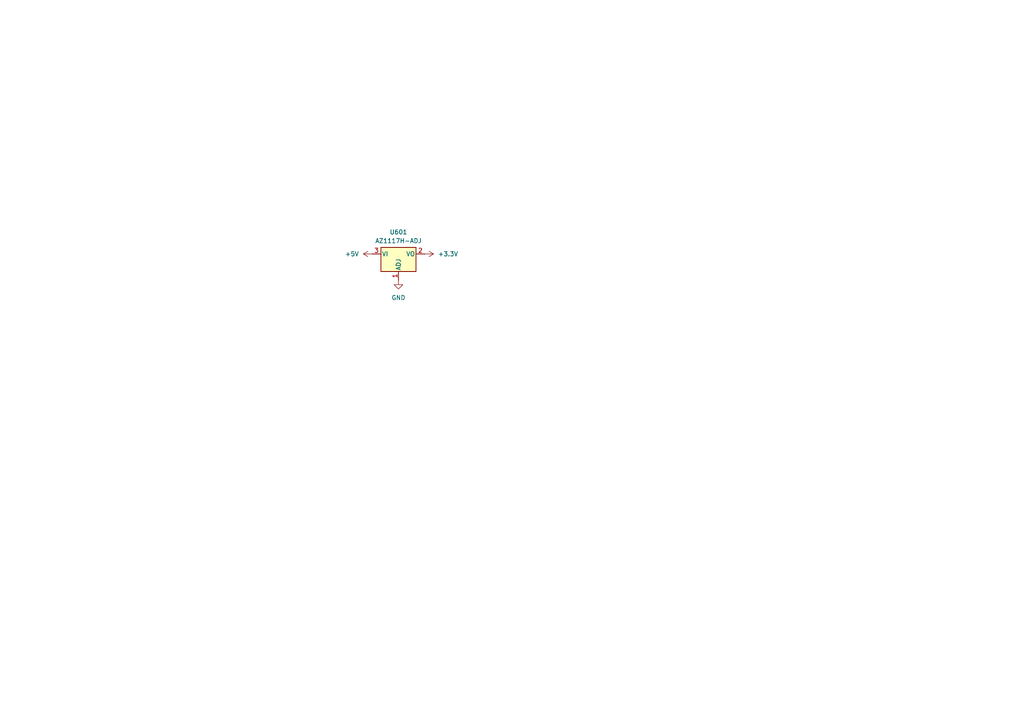
<source format=kicad_sch>
(kicad_sch (version 20231120) (generator "eeschema") (generator_version "8.0")
  (paper "A4")
  (lib_symbols
    (symbol "Regulator_Linear:AZ1117H-ADJ" (pin_names (offset 0.254))
      (property "Reference" "U" (at -3.81 3.175 0))
      (property "Value" "AZ1117H-ADJ" (at 0 3.175 0))
      (symbol "AZ1117H-ADJ_0_1"
        (rectangle (start -5.08 1.905) (end 5.08 -5.08) (stroke (width 0.254)) (fill (type background)))
      )
      (symbol "AZ1117H-ADJ_1_1"
        (pin input line (at 0 -7.62 90) (length 2.54) (name "ADJ") (number "1"))
        (pin power_out line (at 7.62 0 180) (length 2.54) (name "VO") (number "2"))
        (pin power_in line (at -7.62 0 0) (length 2.54) (name "VI") (number "3"))
      )
    )
    (symbol "power:+3.3V" (power) (pin_numbers hide) (pin_names (offset 0) hide)
      (property "Value" "+3.3V" (at 0 3.556 0))
      (symbol "+3.3V_0_1"
        (polyline (pts (xy -0.762 1.27) (xy 0 2.54)))
        (polyline (pts (xy 0 0) (xy 0 2.54)))
        (polyline (pts (xy 0 2.54) (xy 0.762 1.27)))
      )
      (symbol "+3.3V_1_1"
        (pin power_in line (at 0 0 90) (length 0) (name "~") (number "1"))
      )
    )
    (symbol "power:+5V" (power) (pin_numbers hide) (pin_names (offset 0) hide)
      (property "Value" "+5V" (at 0 3.556 0))
      (symbol "+5V_0_1"
        (polyline (pts (xy -0.762 1.27) (xy 0 2.54)))
        (polyline (pts (xy 0 0) (xy 0 2.54)))
        (polyline (pts (xy 0 2.54) (xy 0.762 1.27)))
      )
      (symbol "+5V_1_1"
        (pin power_in line (at 0 0 90) (length 0) (name "~") (number "1"))
      )
    )
    (symbol "power:GND" (power) (pin_numbers hide) (pin_names (offset 0) hide)
      (property "Value" "GND" (at 0 -3.81 0))
      (symbol "GND_0_1"
        (polyline (pts (xy 0 0) (xy 0 -1.27) (xy 1.27 -1.27) (xy 0 -2.54) (xy -1.27 -1.27) (xy 0 -1.27)))
      )
      (symbol "GND_1_1"
        (pin power_in line (at 0 0 270) (length 0) (name "~") (number "1"))
      )
    )
  )
  (symbol (lib_id "power:+3.3V") (at 123.19 73.66 270) (unit 1)
    (property "Reference" "#PWR0603" (effects (hide yes)))
    (property "Value" "+3.3V" (at 127 73.6599 90) (effects (justify left)))
    (property "Description" "Power symbol creates a global label with name \"+3.3V\"" (effects (hide yes)))
  )
  (symbol (lib_id "power:+5V") (at 107.95 73.66 90) (unit 1)
    (property "Reference" "#PWR0601" (effects (hide yes)))
    (property "Value" "+5V" (at 104.14 73.6599 90) (effects (justify left)))
    (property "Description" "Power symbol creates a global label with name \"+5V\"" (effects (hide yes)))
  )
  (symbol (lib_id "power:GND") (at 115.57 81.28 0) (unit 1)
    (property "Reference" "#PWR0602" (effects (hide yes)))
    (property "Value" "GND" (at 115.57 86.36 0))
    (property "Description" "Power symbol creates a global label with name \"GND\" , ground" (effects (hide yes)))
  )
  (symbol (lib_id "Regulator_Linear:AZ1117H-ADJ") (at 115.57 73.66 0) (unit 1)
    (property "Reference" "U601" (at 115.57 67.31 0))
    (property "Value" "AZ1117H-ADJ" (at 115.57 69.85 0))
    (property "Footprint" "Package_TO_SOT_SMD:SOT-223-3_TabPin2" (effects (hide yes)))
    (property "Datasheet" "https://www.diodes.com/assets/Datasheets/products_inactive_data/AZ1117.pdf" (effects (hide yes)))
    (property "Description" "1A 20V Adjustable LDO Linear Regulator, SOT-223" (effects (hide yes)))
  )
)
</source>
